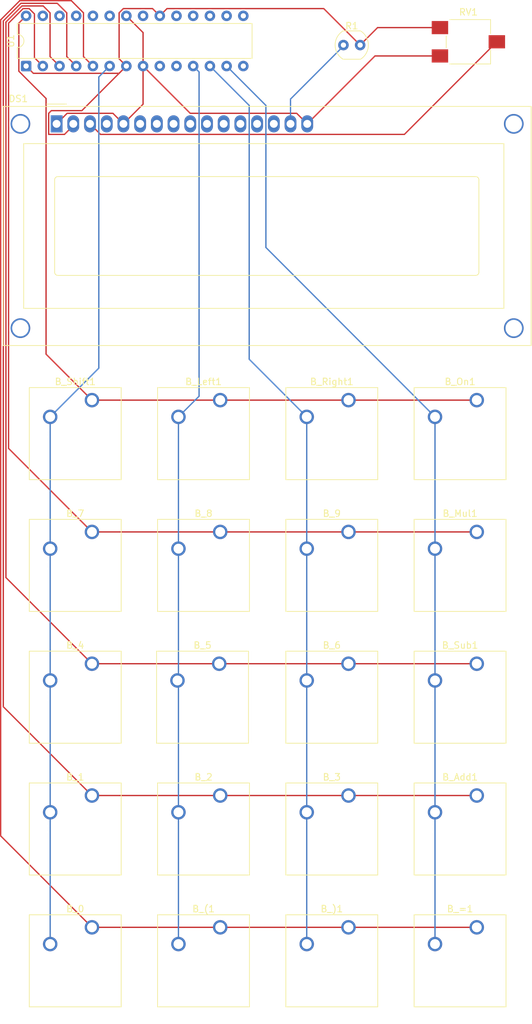
<source format=kicad_pcb>
(kicad_pcb (version 20241229) (generator "pcbnew") (generator_version "9.0")
  (title_block (title "Calculadorra"))
  (layers (0 "F.Cu" signal) (4 "In1.Cu" signal) (6 "In2.Cu" signal) (2 "B.Cu" signal) (13 "F.Paste" user) (15 "B.Paste" user) (5 "F.SilkS" user "F.Silkscreen") (7 "B.SilkS" user "B.Silkscreen") (1 "F.Mask" user) (3 "B.Mask" user) (25 "Edge.Cuts" user))
  (net 0 "")
  (net 1 "VCC")
  (net 2 "GND")
  (net 3 "Net-(U1-PD4)")
  (net 4 "Net-(U1-PD0)")
  (net 5 "Net-(U1-PD5)")
  (net 6 "Net-(U1-PD6)")
  (net 7 "Net-(U1-PD7)")
  (net 8 "Net-(U1-PD1)")
  (net 9 "Net-(U1-PD2)")
  (net 10 "Net-(U1-PD3)")
  (net 12 "Net-(U1-PC5)")
  (net 24 "Net-(DS1-D6)")
  (net 25 "Net-(DS1-D4)")
  (net 26 "Net-(DS1-LED(+))")
  (net 27 "Net-(DS1-RS)")
  (net 28 "Net-(DS1-D5)")
  (net 29 "Net-(DS1-E)")
  (net 30 "Net-(DS1-D7)")
  (net 31 "Net-(DS1-VO)")
  (footprint "Button_Switch_Keyboard:SW_Cherry_MX_1.00u_PCB" (layer "F.Cu") (at 101 93.5)
    (property "Reference" "B_9" (at -2.54 -2.794 0) (layer "F.SilkS"))
    (property "Value" "SW_Push")
    (fp_line (start -9.525 -1.905) (end 4.445 -1.905) (stroke (width 0.12)) (layer "F.SilkS"))
    (fp_line (start -9.525 12.065) (end -9.525 -1.905) (stroke (width 0.12)) (layer "F.SilkS"))
    (fp_line (start 4.445 -1.905) (end 4.445 12.065) (stroke (width 0.12)) (layer "F.SilkS"))
    (fp_line (start 4.445 12.065) (end -9.525 12.065) (stroke (width 0.12)) (layer "F.SilkS"))
    (pad "" np_thru_hole circle (at -7.62 5.08) (size 1.7 1.7) (drill 1.7) (layers "*.Cu" "*.Mask"))
    (pad "" np_thru_hole circle (at -2.54 5.08) (size 4 4) (drill 4) (layers "*.Cu" "*.Mask"))
    (pad "" np_thru_hole circle (at 2.54 5.08) (size 1.7 1.7) (drill 1.7) (layers "*.Cu" "*.Mask"))
    (pad "1" thru_hole circle (at 0 0) (size 2.2 2.2) (drill 1.5) (layers "*.Cu" "*.Mask") (net 4 "Net-(U1-PD0)"))
    (pad "2" thru_hole circle (at -6.35 2.54) (size 2.2 2.2) (drill 1.5) (layers "*.Cu" "*.Mask") (net 6 "Net-(U1-PD6)"))
  )
  (footprint "Button_Switch_Keyboard:SW_Cherry_MX_1.00u_PCB" (layer "F.Cu") (at 120.5 113.5)
    (property "Reference" "B_Sub1" (at -2.54 -2.794 0) (layer "F.SilkS"))
    (property "Value" "SW_Push")
    (fp_line (start -9.525 -1.905) (end 4.445 -1.905) (stroke (width 0.12)) (layer "F.SilkS"))
    (fp_line (start -9.525 12.065) (end -9.525 -1.905) (stroke (width 0.12)) (layer "F.SilkS"))
    (fp_line (start 4.445 -1.905) (end 4.445 12.065) (stroke (width 0.12)) (layer "F.SilkS"))
    (fp_line (start 4.445 12.065) (end -9.525 12.065) (stroke (width 0.12)) (layer "F.SilkS"))
    (pad "" np_thru_hole circle (at -7.62 5.08) (size 1.7 1.7) (drill 1.7) (layers "*.Cu" "*.Mask"))
    (pad "" np_thru_hole circle (at -2.54 5.08) (size 4 4) (drill 4) (layers "*.Cu" "*.Mask"))
    (pad "" np_thru_hole circle (at 2.54 5.08) (size 1.7 1.7) (drill 1.7) (layers "*.Cu" "*.Mask"))
    (pad "1" thru_hole circle (at 0 0) (size 2.2 2.2) (drill 1.5) (layers "*.Cu" "*.Mask") (net 8 "Net-(U1-PD1)"))
    (pad "2" thru_hole circle (at -6.35 2.54) (size 2.2 2.2) (drill 1.5) (layers "*.Cu" "*.Mask") (net 7 "Net-(U1-PD7)"))
  )
  (footprint "Button_Switch_Keyboard:SW_Cherry_MX_1.00u_PCB" (layer "F.Cu") (at 81.5 133.5)
    (property "Reference" "B_2" (at -2.54 -2.794 0) (layer "F.SilkS"))
    (property "Value" "SW_Push")
    (fp_line (start -9.525 -1.905) (end 4.445 -1.905) (stroke (width 0.12)) (layer "F.SilkS"))
    (fp_line (start -9.525 12.065) (end -9.525 -1.905) (stroke (width 0.12)) (layer "F.SilkS"))
    (fp_line (start 4.445 -1.905) (end 4.445 12.065) (stroke (width 0.12)) (layer "F.SilkS"))
    (fp_line (start 4.445 12.065) (end -9.525 12.065) (stroke (width 0.12)) (layer "F.SilkS"))
    (pad "" np_thru_hole circle (at -7.62 5.08) (size 1.7 1.7) (drill 1.7) (layers "*.Cu" "*.Mask"))
    (pad "" np_thru_hole circle (at -2.54 5.08) (size 4 4) (drill 4) (layers "*.Cu" "*.Mask"))
    (pad "" np_thru_hole circle (at 2.54 5.08) (size 1.7 1.7) (drill 1.7) (layers "*.Cu" "*.Mask"))
    (pad "1" thru_hole circle (at 0 0) (size 2.2 2.2) (drill 1.5) (layers "*.Cu" "*.Mask") (net 9 "Net-(U1-PD2)"))
    (pad "2" thru_hole circle (at -6.35 2.54) (size 2.2 2.2) (drill 1.5) (layers "*.Cu" "*.Mask") (net 5 "Net-(U1-PD5)"))
  )
  (footprint "Display:WC1602A" (layer "F.Cu") (at 56.625 31.575)
    (property "Reference" "DS1" (at -5.82 -3.81 0) (layer "F.SilkS"))
    (property "Value" "WC1602A")
    (fp_line (start -8.14 -2.64) (end -8.14 33.64) (stroke (width 0.12)) (layer "F.SilkS"))
    (fp_line (start -8.14 33.64) (end 72.14 33.64) (stroke (width 0.12)) (layer "F.SilkS"))
    (fp_line (start -8.13 -2.64) (end -7.34 -2.64) (stroke (width 0.12)) (layer "F.SilkS"))
    (fp_line (start -5 3) (end 68 3) (stroke (width 0.12)) (layer "F.SilkS"))
    (fp_line (start -5 28) (end -5 3) (stroke (width 0.12)) (layer "F.SilkS"))
    (fp_line (start -1.5 -3) (end 1.5 -3) (stroke (width 0.12)) (layer "F.SilkS"))
    (fp_line (start -0.29972 22.49932) (end -0.29972 8.5) (stroke (width 0.12)) (layer "F.SilkS"))
    (fp_line (start 0.2 8) (end 63.7 8) (stroke (width 0.12)) (layer "F.SilkS"))
    (fp_line (start 63.70066 23) (end 0.2 23) (stroke (width 0.12)) (layer "F.SilkS"))
    (fp_line (start 64.2 8.5) (end 64.2 22.5) (stroke (width 0.12)) (layer "F.SilkS"))
    (fp_line (start 68 3) (end 68 28) (stroke (width 0.12)) (layer "F.SilkS"))
    (fp_line (start 68 28) (end -5 28) (stroke (width 0.12)) (layer "F.SilkS"))
    (fp_line (start 72.14 -2.64) (end -7.34 -2.64) (stroke (width 0.12)) (layer "F.SilkS"))
    (fp_line (start 72.14 33.64) (end 72.14 -2.64) (stroke (width 0.12)) (layer "F.SilkS"))
    (fp_arc (start -0.29972 8.49884) (mid -0.153162 8.145018) (end 0.20066 7.99846) (stroke (width 0.12)) (layer "F.SilkS"))
    (fp_arc (start 0.20066 22.9997) (mid -0.153162 22.853142) (end -0.29972 22.49932) (stroke (width 0.12)) (layer "F.SilkS"))
    (fp_arc (start 63.7 8) (mid 64.053553 8.146447) (end 64.2 8.5) (stroke (width 0.12)) (layer "F.SilkS"))
    (fp_arc (start 64.20104 22.49932) (mid 64.054482 22.853142) (end 63.70066 22.9997) (stroke (width 0.12)) (layer "F.SilkS"))
    (pad "" thru_hole circle (at -5.4991 0) (size 3 3) (drill 2.5) (layers "*.Cu" "*.Mask"))
    (pad "" thru_hole circle (at -5.4991 31.0007) (size 3 3) (drill 2.5) (layers "*.Cu" "*.Mask"))
    (pad "" thru_hole circle (at 69.49948 31.0007) (size 3 3) (drill 2.5) (layers "*.Cu" "*.Mask"))
    (pad "" thru_hole circle (at 69.5 0) (size 3 3) (drill 2.5) (layers "*.Cu" "*.Mask"))
    (pad "1" thru_hole rect (at 0 0) (size 1.8 2.6) (drill 1.2) (layers "*.Cu" "*.Mask") (net 2 "GND"))
    (pad "2" thru_hole oval (at 2.54 0) (size 1.8 2.6) (drill 1.2) (layers "*.Cu" "*.Mask") (net 1 "VCC"))
    (pad "3" thru_hole oval (at 5.08 0) (size 1.8 2.6) (drill 1.2) (layers "*.Cu" "*.Mask") (net 31 "Net-(DS1-VO)"))
    (pad "4" thru_hole oval (at 7.62 0) (size 1.8 2.6) (drill 1.2) (layers "*.Cu" "*.Mask") (net 27 "Net-(DS1-RS)"))
    (pad "5" thru_hole oval (at 10.16 0) (size 1.8 2.6) (drill 1.2) (layers "*.Cu" "*.Mask") (net 2 "GND"))
    (pad "6" thru_hole oval (at 12.7 0) (size 1.8 2.6) (drill 1.2) (layers "*.Cu" "*.Mask") (net 29 "Net-(DS1-E)"))
    (pad "7" thru_hole oval (at 15.24 0) (size 1.8 2.6) (drill 1.2) (layers "*.Cu" "*.Mask"))
    (pad "8" thru_hole oval (at 17.78 0) (size 1.8 2.6) (drill 1.2) (layers "*.Cu" "*.Mask"))
    (pad "9" thru_hole oval (at 20.32 0) (size 1.8 2.6) (drill 1.2) (layers "*.Cu" "*.Mask"))
    (pad "10" thru_hole oval (at 22.86 0) (size 1.8 2.6) (drill 1.2) (layers "*.Cu" "*.Mask"))
    (pad "11" thru_hole oval (at 25.4 0) (size 1.8 2.6) (drill 1.2) (layers "*.Cu" "*.Mask") (net 25 "Net-(DS1-D4)"))
    (pad "12" thru_hole oval (at 27.94 0) (size 1.8 2.6) (drill 1.2) (layers "*.Cu" "*.Mask") (net 28 "Net-(DS1-D5)"))
    (pad "13" thru_hole oval (at 30.48 0) (size 1.8 2.6) (drill 1.2) (layers "*.Cu" "*.Mask") (net 24 "Net-(DS1-D6)"))
    (pad "14" thru_hole oval (at 33.02 0) (size 1.8 2.6) (drill 1.2) (layers "*.Cu" "*.Mask") (net 30 "Net-(DS1-D7)"))
    (pad "15" thru_hole oval (at 35.56 0) (size 1.8 2.6) (drill 1.2) (layers "*.Cu" "*.Mask") (net 26 "Net-(DS1-LED(+))"))
    (pad "16" thru_hole oval (at 38.1 0) (size 1.8 2.6) (drill 1.2) (layers "*.Cu" "*.Mask") (net 2 "GND"))
  )
  (footprint "Button_Switch_Keyboard:SW_Cherry_MX_1.00u_PCB" (layer "F.Cu") (at 120.5 73.5)
    (property "Reference" "B_On1" (at -2.54 -2.794 0) (layer "F.SilkS"))
    (property "Value" "SW_Push")
    (fp_line (start -9.525 -1.905) (end 4.445 -1.905) (stroke (width 0.12)) (layer "F.SilkS"))
    (fp_line (start -9.525 12.065) (end -9.525 -1.905) (stroke (width 0.12)) (layer "F.SilkS"))
    (fp_line (start 4.445 -1.905) (end 4.445 12.065) (stroke (width 0.12)) (layer "F.SilkS"))
    (fp_line (start 4.445 12.065) (end -9.525 12.065) (stroke (width 0.12)) (layer "F.SilkS"))
    (pad "" np_thru_hole circle (at -7.62 5.08) (size 1.7 1.7) (drill 1.7) (layers "*.Cu" "*.Mask"))
    (pad "" np_thru_hole circle (at -2.54 5.08) (size 4 4) (drill 4) (layers "*.Cu" "*.Mask"))
    (pad "" np_thru_hole circle (at 2.54 5.08) (size 1.7 1.7) (drill 1.7) (layers "*.Cu" "*.Mask"))
    (pad "1" thru_hole circle (at 0 0) (size 2.2 2.2) (drill 1.5) (layers "*.Cu" "*.Mask") (net 12 "Net-(U1-PC5)"))
    (pad "2" thru_hole circle (at -6.35 2.54) (size 2.2 2.2) (drill 1.5) (layers "*.Cu" "*.Mask") (net 7 "Net-(U1-PD7)"))
  )
  (footprint "Button_Switch_Keyboard:SW_Cherry_MX_1.00u_PCB" (layer "F.Cu") (at 120.5 153.5)
    (property "Reference" "B_=1" (at -2.54 -2.794 0) (layer "F.SilkS"))
    (property "Value" "SW_Push")
    (fp_line (start -9.525 -1.905) (end 4.445 -1.905) (stroke (width 0.12)) (layer "F.SilkS"))
    (fp_line (start -9.525 12.065) (end -9.525 -1.905) (stroke (width 0.12)) (layer "F.SilkS"))
    (fp_line (start 4.445 -1.905) (end 4.445 12.065) (stroke (width 0.12)) (layer "F.SilkS"))
    (fp_line (start 4.445 12.065) (end -9.525 12.065) (stroke (width 0.12)) (layer "F.SilkS"))
    (pad "" np_thru_hole circle (at -7.62 5.08) (size 1.7 1.7) (drill 1.7) (layers "*.Cu" "*.Mask"))
    (pad "" np_thru_hole circle (at -2.54 5.08) (size 4 4) (drill 4) (layers "*.Cu" "*.Mask"))
    (pad "" np_thru_hole circle (at 2.54 5.08) (size 1.7 1.7) (drill 1.7) (layers "*.Cu" "*.Mask"))
    (pad "1" thru_hole circle (at 0 0) (size 2.2 2.2) (drill 1.5) (layers "*.Cu" "*.Mask") (net 10 "Net-(U1-PD3)"))
    (pad "2" thru_hole circle (at -6.35 2.54) (size 2.2 2.2) (drill 1.5) (layers "*.Cu" "*.Mask") (net 7 "Net-(U1-PD7)"))
  )
  (footprint "Button_Switch_Keyboard:SW_Cherry_MX_1.00u_PCB" (layer "F.Cu") (at 81.5 73.5)
    (property "Reference" "B_Left1" (at -2.54 -2.794 0) (layer "F.SilkS"))
    (property "Value" "SW_Push")
    (fp_line (start -9.525 -1.905) (end 4.445 -1.905) (stroke (width 0.12)) (layer "F.SilkS"))
    (fp_line (start -9.525 12.065) (end -9.525 -1.905) (stroke (width 0.12)) (layer "F.SilkS"))
    (fp_line (start 4.445 -1.905) (end 4.445 12.065) (stroke (width 0.12)) (layer "F.SilkS"))
    (fp_line (start 4.445 12.065) (end -9.525 12.065) (stroke (width 0.12)) (layer "F.SilkS"))
    (pad "" np_thru_hole circle (at -7.62 5.08) (size 1.7 1.7) (drill 1.7) (layers "*.Cu" "*.Mask"))
    (pad "" np_thru_hole circle (at -2.54 5.08) (size 4 4) (drill 4) (layers "*.Cu" "*.Mask"))
    (pad "" np_thru_hole circle (at 2.54 5.08) (size 1.7 1.7) (drill 1.7) (layers "*.Cu" "*.Mask"))
    (pad "1" thru_hole circle (at 0 0) (size 2.2 2.2) (drill 1.5) (layers "*.Cu" "*.Mask") (net 12 "Net-(U1-PC5)"))
    (pad "2" thru_hole circle (at -6.35 2.54) (size 2.2 2.2) (drill 1.5) (layers "*.Cu" "*.Mask") (net 5 "Net-(U1-PD5)"))
  )
  (footprint "Button_Switch_Keyboard:SW_Cherry_MX_1.00u_PCB" (layer "F.Cu") (at 101 133.5)
    (property "Reference" "B_3" (at -2.54 -2.794 0) (layer "F.SilkS"))
    (property "Value" "SW_Push")
    (fp_line (start -9.525 -1.905) (end 4.445 -1.905) (stroke (width 0.12)) (layer "F.SilkS"))
    (fp_line (start -9.525 12.065) (end -9.525 -1.905) (stroke (width 0.12)) (layer "F.SilkS"))
    (fp_line (start 4.445 -1.905) (end 4.445 12.065) (stroke (width 0.12)) (layer "F.SilkS"))
    (fp_line (start 4.445 12.065) (end -9.525 12.065) (stroke (width 0.12)) (layer "F.SilkS"))
    (pad "" np_thru_hole circle (at -7.62 5.08) (size 1.7 1.7) (drill 1.7) (layers "*.Cu" "*.Mask"))
    (pad "" np_thru_hole circle (at -2.54 5.08) (size 4 4) (drill 4) (layers "*.Cu" "*.Mask"))
    (pad "" np_thru_hole circle (at 2.54 5.08) (size 1.7 1.7) (drill 1.7) (layers "*.Cu" "*.Mask"))
    (pad "1" thru_hole circle (at 0 0) (size 2.2 2.2) (drill 1.5) (layers "*.Cu" "*.Mask") (net 9 "Net-(U1-PD2)"))
    (pad "2" thru_hole circle (at -6.35 2.54) (size 2.2 2.2) (drill 1.5) (layers "*.Cu" "*.Mask") (net 6 "Net-(U1-PD6)"))
  )
  (footprint "Potentiometer_SMD:Potentiometer_ACP_CA6-VSMD_Vertical_Hole" (layer "F.Cu") (at 119.225 19.12)
    (property "Reference" "RV1" (at 0 -4.5 0) (layer "F.SilkS"))
    (property "Value" "R_Potentiometer")
    (fp_line (start -3.37 -0.909) (end -3.37 0.91) (stroke (width 0.12)) (layer "F.SilkS"))
    (fp_line (start -2.834 -3.371) (end 3.37 -3.371) (stroke (width 0.12)) (layer "F.SilkS"))
    (fp_line (start -2.834 3.37) (end 3.37 3.37) (stroke (width 0.12)) (layer "F.SilkS"))
    (fp_line (start 3.37 -3.371) (end 3.37 -1.24) (stroke (width 0.12)) (layer "F.SilkS"))
    (fp_line (start 3.37 1.24) (end 3.37 3.37) (stroke (width 0.12)) (layer "F.SilkS"))
    (pad "" np_thru_hole circle (at 0.275 0) (size 2.5 2.5) (drill 2.5) (layers "*.Cu" "*.Mask"))
    (pad "1" smd rect (at -4.325 2.15) (size 2.5 2) (layers "F.Cu" "F.Mask" "F.Paste") (net 2 "GND"))
    (pad "2" smd rect (at 4.325 0) (size 2.5 2) (layers "F.Cu" "F.Mask" "F.Paste") (net 31 "Net-(DS1-VO)"))
    (pad "3" smd rect (at -4.325 -2.15) (size 2.5 2) (layers "F.Cu" "F.Mask" "F.Paste") (net 1 "VCC"))
  )
  (footprint "Button_Switch_Keyboard:SW_Cherry_MX_1.00u_PCB" (layer "F.Cu") (at 62 113.5)
    (property "Reference" "B_4" (at -2.54 -2.794 0) (layer "F.SilkS"))
    (property "Value" "SW_Push")
    (fp_line (start -9.525 -1.905) (end 4.445 -1.905) (stroke (width 0.12)) (layer "F.SilkS"))
    (fp_line (start -9.525 12.065) (end -9.525 -1.905) (stroke (width 0.12)) (layer "F.SilkS"))
    (fp_line (start 4.445 -1.905) (end 4.445 12.065) (stroke (width 0.12)) (layer "F.SilkS"))
    (fp_line (start 4.445 12.065) (end -9.525 12.065) (stroke (width 0.12)) (layer "F.SilkS"))
    (pad "" np_thru_hole circle (at -7.62 5.08) (size 1.7 1.7) (drill 1.7) (layers "*.Cu" "*.Mask"))
    (pad "" np_thru_hole circle (at -2.54 5.08) (size 4 4) (drill 4) (layers "*.Cu" "*.Mask"))
    (pad "" np_thru_hole circle (at 2.54 5.08) (size 1.7 1.7) (drill 1.7) (layers "*.Cu" "*.Mask"))
    (pad "1" thru_hole circle (at 0 0) (size 2.2 2.2) (drill 1.5) (layers "*.Cu" "*.Mask") (net 8 "Net-(U1-PD1)"))
    (pad "2" thru_hole circle (at -6.35 2.54) (size 2.2 2.2) (drill 1.5) (layers "*.Cu" "*.Mask") (net 3 "Net-(U1-PD4)"))
  )
  (footprint "Button_Switch_Keyboard:SW_Cherry_MX_1.00u_PCB" (layer "F.Cu") (at 81.35 113.5)
    (property "Reference" "B_5" (at -2.54 -2.794 0) (layer "F.SilkS"))
    (property "Value" "SW_Push")
    (fp_line (start -9.525 -1.905) (end 4.445 -1.905) (stroke (width 0.12)) (layer "F.SilkS"))
    (fp_line (start -9.525 12.065) (end -9.525 -1.905) (stroke (width 0.12)) (layer "F.SilkS"))
    (fp_line (start 4.445 -1.905) (end 4.445 12.065) (stroke (width 0.12)) (layer "F.SilkS"))
    (fp_line (start 4.445 12.065) (end -9.525 12.065) (stroke (width 0.12)) (layer "F.SilkS"))
    (pad "" np_thru_hole circle (at -7.62 5.08) (size 1.7 1.7) (drill 1.7) (layers "*.Cu" "*.Mask"))
    (pad "" np_thru_hole circle (at -2.54 5.08) (size 4 4) (drill 4) (layers "*.Cu" "*.Mask"))
    (pad "" np_thru_hole circle (at 2.54 5.08) (size 1.7 1.7) (drill 1.7) (layers "*.Cu" "*.Mask"))
    (pad "1" thru_hole circle (at 0 0) (size 2.2 2.2) (drill 1.5) (layers "*.Cu" "*.Mask") (net 8 "Net-(U1-PD1)"))
    (pad "2" thru_hole circle (at -6.35 2.54) (size 2.2 2.2) (drill 1.5) (layers "*.Cu" "*.Mask") (net 5 "Net-(U1-PD5)"))
  )
  (footprint "Button_Switch_Keyboard:SW_Cherry_MX_1.00u_PCB" (layer "F.Cu") (at 62 153.5)
    (property "Reference" "B_0" (at -2.54 -2.794 0) (layer "F.SilkS"))
    (property "Value" "SW_Push")
    (fp_line (start -9.525 -1.905) (end 4.445 -1.905) (stroke (width 0.12)) (layer "F.SilkS"))
    (fp_line (start -9.525 12.065) (end -9.525 -1.905) (stroke (width 0.12)) (layer "F.SilkS"))
    (fp_line (start 4.445 -1.905) (end 4.445 12.065) (stroke (width 0.12)) (layer "F.SilkS"))
    (fp_line (start 4.445 12.065) (end -9.525 12.065) (stroke (width 0.12)) (layer "F.SilkS"))
    (pad "" np_thru_hole circle (at -7.62 5.08) (size 1.7 1.7) (drill 1.7) (layers "*.Cu" "*.Mask"))
    (pad "" np_thru_hole circle (at -2.54 5.08) (size 4 4) (drill 4) (layers "*.Cu" "*.Mask"))
    (pad "" np_thru_hole circle (at 2.54 5.08) (size 1.7 1.7) (drill 1.7) (layers "*.Cu" "*.Mask"))
    (pad "1" thru_hole circle (at 0 0) (size 2.2 2.2) (drill 1.5) (layers "*.Cu" "*.Mask") (net 10 "Net-(U1-PD3)"))
    (pad "2" thru_hole circle (at -6.35 2.54) (size 2.2 2.2) (drill 1.5) (layers "*.Cu" "*.Mask") (net 3 "Net-(U1-PD4)"))
  )
  (footprint "Button_Switch_Keyboard:SW_Cherry_MX_1.00u_PCB" (layer "F.Cu") (at 81.5 153.5)
    (property "Reference" "B_(1" (at -2.54 -2.794 0) (layer "F.SilkS"))
    (property "Value" "SW_Push")
    (fp_line (start -9.525 -1.905) (end 4.445 -1.905) (stroke (width 0.12)) (layer "F.SilkS"))
    (fp_line (start -9.525 12.065) (end -9.525 -1.905) (stroke (width 0.12)) (layer "F.SilkS"))
    (fp_line (start 4.445 -1.905) (end 4.445 12.065) (stroke (width 0.12)) (layer "F.SilkS"))
    (fp_line (start 4.445 12.065) (end -9.525 12.065) (stroke (width 0.12)) (layer "F.SilkS"))
    (pad "" np_thru_hole circle (at -7.62 5.08) (size 1.7 1.7) (drill 1.7) (layers "*.Cu" "*.Mask"))
    (pad "" np_thru_hole circle (at -2.54 5.08) (size 4 4) (drill 4) (layers "*.Cu" "*.Mask"))
    (pad "" np_thru_hole circle (at 2.54 5.08) (size 1.7 1.7) (drill 1.7) (layers "*.Cu" "*.Mask"))
    (pad "1" thru_hole circle (at 0 0) (size 2.2 2.2) (drill 1.5) (layers "*.Cu" "*.Mask") (net 10 "Net-(U1-PD3)"))
    (pad "2" thru_hole circle (at -6.35 2.54) (size 2.2 2.2) (drill 1.5) (layers "*.Cu" "*.Mask") (net 5 "Net-(U1-PD5)"))
  )
  (footprint "Button_Switch_Keyboard:SW_Cherry_MX_1.00u_PCB" (layer "F.Cu") (at 62 93.5)
    (property "Reference" "B_7" (at -2.54 -2.794 0) (layer "F.SilkS"))
    (property "Value" "SW_Push")
    (fp_line (start -9.525 -1.905) (end 4.445 -1.905) (stroke (width 0.12)) (layer "F.SilkS"))
    (fp_line (start -9.525 12.065) (end -9.525 -1.905) (stroke (width 0.12)) (layer "F.SilkS"))
    (fp_line (start 4.445 -1.905) (end 4.445 12.065) (stroke (width 0.12)) (layer "F.SilkS"))
    (fp_line (start 4.445 12.065) (end -9.525 12.065) (stroke (width 0.12)) (layer "F.SilkS"))
    (pad "" np_thru_hole circle (at -7.62 5.08) (size 1.7 1.7) (drill 1.7) (layers "*.Cu" "*.Mask"))
    (pad "" np_thru_hole circle (at -2.54 5.08) (size 4 4) (drill 4) (layers "*.Cu" "*.Mask"))
    (pad "" np_thru_hole circle (at 2.54 5.08) (size 1.7 1.7) (drill 1.7) (layers "*.Cu" "*.Mask"))
    (pad "1" thru_hole circle (at 0 0) (size 2.2 2.2) (drill 1.5) (layers "*.Cu" "*.Mask") (net 4 "Net-(U1-PD0)"))
    (pad "2" thru_hole circle (at -6.35 2.54) (size 2.2 2.2) (drill 1.5) (layers "*.Cu" "*.Mask") (net 3 "Net-(U1-PD4)"))
  )
  (footprint "Button_Switch_Keyboard:SW_Cherry_MX_1.00u_PCB" (layer "F.Cu") (at 120.5 133.5)
    (property "Reference" "B_Add1" (at -2.54 -2.794 0) (layer "F.SilkS"))
    (property "Value" "SW_Push")
    (fp_line (start -9.525 -1.905) (end 4.445 -1.905) (stroke (width 0.12)) (layer "F.SilkS"))
    (fp_line (start -9.525 12.065) (end -9.525 -1.905) (stroke (width 0.12)) (layer "F.SilkS"))
    (fp_line (start 4.445 -1.905) (end 4.445 12.065) (stroke (width 0.12)) (layer "F.SilkS"))
    (fp_line (start 4.445 12.065) (end -9.525 12.065) (stroke (width 0.12)) (layer "F.SilkS"))
    (pad "" np_thru_hole circle (at -7.62 5.08) (size 1.7 1.7) (drill 1.7) (layers "*.Cu" "*.Mask"))
    (pad "" np_thru_hole circle (at -2.54 5.08) (size 4 4) (drill 4) (layers "*.Cu" "*.Mask"))
    (pad "" np_thru_hole circle (at 2.54 5.08) (size 1.7 1.7) (drill 1.7) (layers "*.Cu" "*.Mask"))
    (pad "1" thru_hole circle (at 0 0) (size 2.2 2.2) (drill 1.5) (layers "*.Cu" "*.Mask") (net 9 "Net-(U1-PD2)"))
    (pad "2" thru_hole circle (at -6.35 2.54) (size 2.2 2.2) (drill 1.5) (layers "*.Cu" "*.Mask") (net 7 "Net-(U1-PD7)"))
  )
  (footprint "Button_Switch_Keyboard:SW_Cherry_MX_1.00u_PCB" (layer "F.Cu") (at 62 73.5)
    (property "Reference" "B_Shift1" (at -2.54 -2.794 0) (layer "F.SilkS"))
    (property "Value" "SW_Push")
    (fp_line (start -9.525 -1.905) (end 4.445 -1.905) (stroke (width 0.12)) (layer "F.SilkS"))
    (fp_line (start -9.525 12.065) (end -9.525 -1.905) (stroke (width 0.12)) (layer "F.SilkS"))
    (fp_line (start 4.445 -1.905) (end 4.445 12.065) (stroke (width 0.12)) (layer "F.SilkS"))
    (fp_line (start 4.445 12.065) (end -9.525 12.065) (stroke (width 0.12)) (layer "F.SilkS"))
    (pad "" np_thru_hole circle (at -7.62 5.08) (size 1.7 1.7) (drill 1.7) (layers "*.Cu" "*.Mask"))
    (pad "" np_thru_hole circle (at -2.54 5.08) (size 4 4) (drill 4) (layers "*.Cu" "*.Mask"))
    (pad "" np_thru_hole circle (at 2.54 5.08) (size 1.7 1.7) (drill 1.7) (layers "*.Cu" "*.Mask"))
    (pad "1" thru_hole circle (at 0 0) (size 2.2 2.2) (drill 1.5) (layers "*.Cu" "*.Mask") (net 12 "Net-(U1-PC5)"))
    (pad "2" thru_hole circle (at -6.35 2.54) (size 2.2 2.2) (drill 1.5) (layers "*.Cu" "*.Mask") (net 3 "Net-(U1-PD4)"))
  )
  (footprint "Button_Switch_Keyboard:SW_Cherry_MX_1.00u_PCB" (layer "F.Cu") (at 101 153.5)
    (property "Reference" "B_)1" (at -2.54 -2.794 0) (layer "F.SilkS"))
    (property "Value" "SW_Push")
    (fp_line (start -9.525 -1.905) (end 4.445 -1.905) (stroke (width 0.12)) (layer "F.SilkS"))
    (fp_line (start -9.525 12.065) (end -9.525 -1.905) (stroke (width 0.12)) (layer "F.SilkS"))
    (fp_line (start 4.445 -1.905) (end 4.445 12.065) (stroke (width 0.12)) (layer "F.SilkS"))
    (fp_line (start 4.445 12.065) (end -9.525 12.065) (stroke (width 0.12)) (layer "F.SilkS"))
    (pad "" np_thru_hole circle (at -7.62 5.08) (size 1.7 1.7) (drill 1.7) (layers "*.Cu" "*.Mask"))
    (pad "" np_thru_hole circle (at -2.54 5.08) (size 4 4) (drill 4) (layers "*.Cu" "*.Mask"))
    (pad "" np_thru_hole circle (at 2.54 5.08) (size 1.7 1.7) (drill 1.7) (layers "*.Cu" "*.Mask"))
    (pad "1" thru_hole circle (at 0 0) (size 2.2 2.2) (drill 1.5) (layers "*.Cu" "*.Mask") (net 10 "Net-(U1-PD3)"))
    (pad "2" thru_hole circle (at -6.35 2.54) (size 2.2 2.2) (drill 1.5) (layers "*.Cu" "*.Mask") (net 6 "Net-(U1-PD6)"))
  )
  (footprint "Button_Switch_Keyboard:SW_Cherry_MX_1.00u_PCB" (layer "F.Cu") (at 101 113.5)
    (property "Reference" "B_6" (at -2.54 -2.794 0) (layer "F.SilkS"))
    (property "Value" "SW_Push")
    (fp_line (start -9.525 -1.905) (end 4.445 -1.905) (stroke (width 0.12)) (layer "F.SilkS"))
    (fp_line (start -9.525 12.065) (end -9.525 -1.905) (stroke (width 0.12)) (layer "F.SilkS"))
    (fp_line (start 4.445 -1.905) (end 4.445 12.065) (stroke (width 0.12)) (layer "F.SilkS"))
    (fp_line (start 4.445 12.065) (end -9.525 12.065) (stroke (width 0.12)) (layer "F.SilkS"))
    (pad "" np_thru_hole circle (at -7.62 5.08) (size 1.7 1.7) (drill 1.7) (layers "*.Cu" "*.Mask"))
    (pad "" np_thru_hole circle (at -2.54 5.08) (size 4 4) (drill 4) (layers "*.Cu" "*.Mask"))
    (pad "" np_thru_hole circle (at 2.54 5.08) (size 1.7 1.7) (drill 1.7) (layers "*.Cu" "*.Mask"))
    (pad "1" thru_hole circle (at 0 0) (size 2.2 2.2) (drill 1.5) (layers "*.Cu" "*.Mask") (net 8 "Net-(U1-PD1)"))
    (pad "2" thru_hole circle (at -6.35 2.54) (size 2.2 2.2) (drill 1.5) (layers "*.Cu" "*.Mask") (net 6 "Net-(U1-PD6)"))
  )
  (footprint "Button_Switch_Keyboard:SW_Cherry_MX_1.00u_PCB" (layer "F.Cu") (at 120.5 93.5)
    (property "Reference" "B_Mul1" (at -2.54 -2.794 0) (layer "F.SilkS"))
    (property "Value" "SW_Push")
    (fp_line (start -9.525 -1.905) (end 4.445 -1.905) (stroke (width 0.12)) (layer "F.SilkS"))
    (fp_line (start -9.525 12.065) (end -9.525 -1.905) (stroke (width 0.12)) (layer "F.SilkS"))
    (fp_line (start 4.445 -1.905) (end 4.445 12.065) (stroke (width 0.12)) (layer "F.SilkS"))
    (fp_line (start 4.445 12.065) (end -9.525 12.065) (stroke (width 0.12)) (layer "F.SilkS"))
    (pad "" np_thru_hole circle (at -7.62 5.08) (size 1.7 1.7) (drill 1.7) (layers "*.Cu" "*.Mask"))
    (pad "" np_thru_hole circle (at -2.54 5.08) (size 4 4) (drill 4) (layers "*.Cu" "*.Mask"))
    (pad "" np_thru_hole circle (at 2.54 5.08) (size 1.7 1.7) (drill 1.7) (layers "*.Cu" "*.Mask"))
    (pad "1" thru_hole circle (at 0 0) (size 2.2 2.2) (drill 1.5) (layers "*.Cu" "*.Mask") (net 4 "Net-(U1-PD0)"))
    (pad "2" thru_hole circle (at -6.35 2.54) (size 2.2 2.2) (drill 1.5) (layers "*.Cu" "*.Mask") (net 7 "Net-(U1-PD7)"))
  )
  (footprint "Button_Switch_Keyboard:SW_Cherry_MX_1.00u_PCB" (layer "F.Cu") (at 62 133.5)
    (property "Reference" "B_1" (at -2.54 -2.794 0) (layer "F.SilkS"))
    (property "Value" "SW_Push")
    (fp_line (start -9.525 -1.905) (end 4.445 -1.905) (stroke (width 0.12)) (layer "F.SilkS"))
    (fp_line (start -9.525 12.065) (end -9.525 -1.905) (stroke (width 0.12)) (layer "F.SilkS"))
    (fp_line (start 4.445 -1.905) (end 4.445 12.065) (stroke (width 0.12)) (layer "F.SilkS"))
    (fp_line (start 4.445 12.065) (end -9.525 12.065) (stroke (width 0.12)) (layer "F.SilkS"))
    (pad "" np_thru_hole circle (at -7.62 5.08) (size 1.7 1.7) (drill 1.7) (layers "*.Cu" "*.Mask"))
    (pad "" np_thru_hole circle (at -2.54 5.08) (size 4 4) (drill 4) (layers "*.Cu" "*.Mask"))
    (pad "" np_thru_hole circle (at 2.54 5.08) (size 1.7 1.7) (drill 1.7) (layers "*.Cu" "*.Mask"))
    (pad "1" thru_hole circle (at 0 0) (size 2.2 2.2) (drill 1.5) (layers "*.Cu" "*.Mask") (net 9 "Net-(U1-PD2)"))
    (pad "2" thru_hole circle (at -6.35 2.54) (size 2.2 2.2) (drill 1.5) (layers "*.Cu" "*.Mask") (net 3 "Net-(U1-PD4)"))
  )
  (footprint "Package_DIP:DIP-28_W7.62mm" (layer "F.Cu") (at 51.99 22.805 90)
    (property "Reference" "U1" (at 3.81 -2.33 90) (layer "F.SilkS"))
    (property "Value" "ATmega328-P")
    (fp_line (start 6.46 -1.33) (end 4.81 -1.33) (stroke (width 0.12)) (layer "F.SilkS"))
    (fp_line (start 2.81 -1.33) (end 1.16 -1.33) (stroke (width 0.12)) (layer "F.SilkS"))
    (fp_line (start 1.16 -1.33) (end 1.16 34.35) (stroke (width 0.12)) (layer "F.SilkS"))
    (fp_line (start 6.46 34.35) (end 6.46 -1.33) (stroke (width 0.12)) (layer "F.SilkS"))
    (fp_line (start 1.16 34.35) (end 6.46 34.35) (stroke (width 0.12)) (layer "F.SilkS"))
    (fp_arc (start 4.81 -1.33) (mid 3.81 -0.33) (end 2.81 -1.33) (stroke (width 0.12)) (layer "F.SilkS"))
    (pad "1" thru_hole roundrect (at 0 0 90) (size 1.6 1.6) (drill 0.8) (layers "*.Cu" "*.Mask") (roundrect_rratio 0.15625) (net 1 "VCC"))
    (pad "2" thru_hole circle (at 0 2.54 90) (size 1.6 1.6) (drill 0.8) (layers "*.Cu" "*.Mask") (net 4 "Net-(U1-PD0)"))
    (pad "3" thru_hole circle (at 0 5.08 90) (size 1.6 1.6) (drill 0.8) (layers "*.Cu" "*.Mask") (net 8 "Net-(U1-PD1)"))
    (pad "4" thru_hole circle (at 0 7.62 90) (size 1.6 1.6) (drill 0.8) (layers "*.Cu" "*.Mask") (net 9 "Net-(U1-PD2)"))
    (pad "5" thru_hole circle (at 0 10.16 90) (size 1.6 1.6) (drill 0.8) (layers "*.Cu" "*.Mask") (net 10 "Net-(U1-PD3)"))
    (pad "6" thru_hole circle (at 0 12.7 90) (size 1.6 1.6) (drill 0.8) (layers "*.Cu" "*.Mask") (net 3 "Net-(U1-PD4)"))
    (pad "7" thru_hole circle (at 0 15.24 90) (size 1.6 1.6) (drill 0.8) (layers "*.Cu" "*.Mask") (net 1 "VCC"))
    (pad "8" thru_hole circle (at 0 17.78 90) (size 1.6 1.6) (drill 0.8) (layers "*.Cu" "*.Mask") (net 2 "GND"))
    (pad "9" thru_hole circle (at 0 20.32 90) (size 1.6 1.6) (drill 0.8) (layers "*.Cu" "*.Mask"))
    (pad "10" thru_hole circle (at 0 22.86 90) (size 1.6 1.6) (drill 0.8) (layers "*.Cu" "*.Mask"))
    (pad "11" thru_hole circle (at 0 25.4 90) (size 1.6 1.6) (drill 0.8) (layers "*.Cu" "*.Mask") (net 5 "Net-(U1-PD5)"))
    (pad "12" thru_hole circle (at 0 27.94 90) (size 1.6 1.6) (drill 0.8) (layers "*.Cu" "*.Mask") (net 6 "Net-(U1-PD6)"))
    (pad "13" thru_hole circle (at 0 30.48 90) (size 1.6 1.6) (drill 0.8) (layers "*.Cu" "*.Mask") (net 7 "Net-(U1-PD7)"))
    (pad "14" thru_hole circle (at 0 33.02 90) (size 1.6 1.6) (drill 0.8) (layers "*.Cu" "*.Mask") (net 29 "Net-(DS1-E)"))
    (pad "15" thru_hole circle (at 7.62 33.02 90) (size 1.6 1.6) (drill 0.8) (layers "*.Cu" "*.Mask") (net 27 "Net-(DS1-RS)"))
    (pad "16" thru_hole circle (at 7.62 30.48 90) (size 1.6 1.6) (drill 0.8) (layers "*.Cu" "*.Mask") (net 25 "Net-(DS1-D4)"))
    (pad "17" thru_hole circle (at 7.62 27.94 90) (size 1.6 1.6) (drill 0.8) (layers "*.Cu" "*.Mask") (net 28 "Net-(DS1-D5)"))
    (pad "18" thru_hole circle (at 7.62 25.4 90) (size 1.6 1.6) (drill 0.8) (layers "*.Cu" "*.Mask") (net 24 "Net-(DS1-D6)"))
    (pad "19" thru_hole circle (at 7.62 22.86 90) (size 1.6 1.6) (drill 0.8) (layers "*.Cu" "*.Mask") (net 30 "Net-(DS1-D7)"))
    (pad "20" thru_hole circle (at 7.62 20.32 90) (size 1.6 1.6) (drill 0.8) (layers "*.Cu" "*.Mask") (net 1 "VCC"))
    (pad "21" thru_hole circle (at 7.62 17.78 90) (size 1.6 1.6) (drill 0.8) (layers "*.Cu" "*.Mask"))
    (pad "22" thru_hole circle (at 7.62 15.24 90) (size 1.6 1.6) (drill 0.8) (layers "*.Cu" "*.Mask") (net 2 "GND"))
    (pad "23" thru_hole circle (at 7.62 12.7 90) (size 1.6 1.6) (drill 0.8) (layers "*.Cu" "*.Mask"))
    (pad "24" thru_hole circle (at 7.62 10.16 90) (size 1.6 1.6) (drill 0.8) (layers "*.Cu" "*.Mask"))
    (pad "25" thru_hole circle (at 7.62 7.62 90) (size 1.6 1.6) (drill 0.8) (layers "*.Cu" "*.Mask"))
    (pad "26" thru_hole circle (at 7.62 5.08 90) (size 1.6 1.6) (drill 0.8) (layers "*.Cu" "*.Mask"))
    (pad "27" thru_hole circle (at 7.62 2.54 90) (size 1.6 1.6) (drill 0.8) (layers "*.Cu" "*.Mask"))
    (pad "28" thru_hole circle (at 7.62 0 90) (size 1.6 1.6) (drill 0.8) (layers "*.Cu" "*.Mask") (net 12 "Net-(U1-PC5)"))
  )
  (footprint "Button_Switch_Keyboard:SW_Cherry_MX_1.00u_PCB" (layer "F.Cu") (at 81.5 93.5)
    (property "Reference" "B_8" (at -2.54 -2.794 0) (layer "F.SilkS"))
    (property "Value" "SW_Push")
    (fp_line (start -9.525 -1.905) (end 4.445 -1.905) (stroke (width 0.12)) (layer "F.SilkS"))
    (fp_line (start -9.525 12.065) (end -9.525 -1.905) (stroke (width 0.12)) (layer "F.SilkS"))
    (fp_line (start 4.445 -1.905) (end 4.445 12.065) (stroke (width 0.12)) (layer "F.SilkS"))
    (fp_line (start 4.445 12.065) (end -9.525 12.065) (stroke (width 0.12)) (layer "F.SilkS"))
    (pad "" np_thru_hole circle (at -7.62 5.08) (size 1.7 1.7) (drill 1.7) (layers "*.Cu" "*.Mask"))
    (pad "" np_thru_hole circle (at -2.54 5.08) (size 4 4) (drill 4) (layers "*.Cu" "*.Mask"))
    (pad "" np_thru_hole circle (at 2.54 5.08) (size 1.7 1.7) (drill 1.7) (layers "*.Cu" "*.Mask"))
    (pad "1" thru_hole circle (at 0 0) (size 2.2 2.2) (drill 1.5) (layers "*.Cu" "*.Mask") (net 4 "Net-(U1-PD0)"))
    (pad "2" thru_hole circle (at -6.35 2.54) (size 2.2 2.2) (drill 1.5) (layers "*.Cu" "*.Mask") (net 5 "Net-(U1-PD5)"))
  )
  (footprint "Button_Switch_Keyboard:SW_Cherry_MX_1.00u_PCB" (layer "F.Cu") (at 101 73.5)
    (property "Reference" "B_Right1" (at -2.54 -2.794 0) (layer "F.SilkS"))
    (property "Value" "SW_Push")
    (fp_line (start -9.525 -1.905) (end 4.445 -1.905) (stroke (width 0.12)) (layer "F.SilkS"))
    (fp_line (start -9.525 12.065) (end -9.525 -1.905) (stroke (width 0.12)) (layer "F.SilkS"))
    (fp_line (start 4.445 -1.905) (end 4.445 12.065) (stroke (width 0.12)) (layer "F.SilkS"))
    (fp_line (start 4.445 12.065) (end -9.525 12.065) (stroke (width 0.12)) (layer "F.SilkS"))
    (pad "" np_thru_hole circle (at -7.62 5.08) (size 1.7 1.7) (drill 1.7) (layers "*.Cu" "*.Mask"))
    (pad "" np_thru_hole circle (at -2.54 5.08) (size 4 4) (drill 4) (layers "*.Cu" "*.Mask"))
    (pad "" np_thru_hole circle (at 2.54 5.08) (size 1.7 1.7) (drill 1.7) (layers "*.Cu" "*.Mask"))
    (pad "1" thru_hole circle (at 0 0) (size 2.2 2.2) (drill 1.5) (layers "*.Cu" "*.Mask") (net 12 "Net-(U1-PC5)"))
    (pad "2" thru_hole circle (at -6.35 2.54) (size 2.2 2.2) (drill 1.5) (layers "*.Cu" "*.Mask") (net 6 "Net-(U1-PD6)"))
  )
  (footprint "OptoDevice:R_LDR_4.9x4.2mm_P2.54mm_Vertical" (layer "F.Cu") (at 100.23 19.62)
    (property "Reference" "R1" (at 1.27 -2.9 0) (layer "F.SilkS"))
    (property "Value" "220")
    (fp_line (start -0.05 -2.15) (end 2.6 -2.15) (stroke (width 0.12)) (layer "F.SilkS"))
    (fp_line (start -0.05 2.15) (end 2.6 2.15) (stroke (width 0.12)) (layer "F.SilkS"))
    (fp_arc (start -0.05 2.15) (mid -1.262424 0.01494) (end -0.075476 -2.134388) (stroke (width 0.12)) (layer "F.SilkS"))
    (fp_arc (start 2.6 -2.15) (mid 3.788646 -0.016616) (end 2.628027 2.132145) (stroke (width 0.12)) (layer "F.SilkS"))
    (pad "1" thru_hole circle (at 0 0) (size 1.6 1.6) (drill 0.8) (layers "*.Cu" "*.Mask") (net 26 "Net-(DS1-LED(+))"))
    (pad "2" thru_hole circle (at 2.54 0) (size 1.6 1.6) (drill 0.8) (layers "*.Cu" "*.Mask") (net 1 "VCC"))
  )
  (segment (start 72.31 15.185) (end 71.209 14.084) (width 0.2) (layer "F.Cu") (net 1))
  (segment (start 60.462 29.573) (end 55.825 29.573) (width 0.2) (layer "F.Cu") (net 1))
  (segment (start 73.411 14.084) (end 72.31 15.185) (width 0.2) (layer "F.Cu") (net 1))
  (segment (start 67.23 22.805) (end 66.129 23.906) (width 0.2) (layer "F.Cu") (net 1))
  (segment (start 57.824 33.176) (end 59.165 31.835) (width 0.2) (layer "F.Cu") (net 1))
  (segment (start 66.129 21.704) (end 67.23 22.805) (width 0.2) (layer "F.Cu") (net 1))
  (segment (start 55.424 29.974) (end 55.424 33.176) (width 0.2) (layer "F.Cu") (net 1))
  (segment (start 114.9 16.97) (end 105.42 16.97) (width 0.2) (layer "F.Cu") (net 1))
  (segment (start 66.77395 14.084) (end 66.129 14.72895) (width 0.2) (layer "F.Cu") (net 1))
  (segment (start 55.825 29.573) (end 55.424 29.974) (width 0.2) (layer "F.Cu") (net 1))
  (segment (start 55.424 33.176) (end 57.824 33.176) (width 0.2) (layer "F.Cu") (net 1))
  (segment (start 105.42 16.97) (end 102.77 19.62) (width 0.2) (layer "F.Cu") (net 1))
  (segment (start 97.234 14.084) (end 73.411 14.084) (width 0.2) (layer "F.Cu") (net 1))
  (segment (start 66.129 23.906) (end 53.091 23.906) (width 0.2) (layer "F.Cu") (net 1))
  (segment (start 66.129 14.72895) (end 66.129 21.704) (width 0.2) (layer "F.Cu") (net 1))
  (segment (start 71.209 14.084) (end 66.77395 14.084) (width 0.2) (layer "F.Cu") (net 1))
  (segment (start 102.77 19.62) (end 97.234 14.084) (width 0.2) (layer "F.Cu") (net 1))
  (segment (start 59.165 31.835) (end 59.165 31.575) (width 0.2) (layer "F.Cu") (net 1))
  (segment (start 53.091 23.906) (end 51.99 22.805) (width 0.2) (layer "F.Cu") (net 1))
  (segment (start 67.23 22.805) (end 60.462 29.573) (width 0.2) (layer "F.Cu") (net 1))
  (segment (start 69.77 17.725) (end 67.23 15.185) (width 0.2) (layer "F.Cu") (net 2))
  (segment (start 65.184 29.974) (end 58.226 29.974) (width 0.2) (layer "F.Cu") (net 2))
  (segment (start 69.77 28.59) (end 66.785 31.575) (width 0.2) (layer "F.Cu") (net 2))
  (segment (start 66.785 31.575) (end 65.184 29.974) (width 0.2) (layer "F.Cu") (net 2))
  (segment (start 94.725 31.575) (end 93.124 29.974) (width 0.2) (layer "F.Cu") (net 2))
  (segment (start 105.03 21.27) (end 94.725 31.575) (width 0.2) (layer "F.Cu") (net 2))
  (segment (start 93.124 29.974) (end 76.939 29.974) (width 0.2) (layer "F.Cu") (net 2))
  (segment (start 76.939 29.974) (end 69.77 22.805) (width 0.2) (layer "F.Cu") (net 2))
  (segment (start 69.77 22.805) (end 69.77 17.725) (width 0.2) (layer "F.Cu") (net 2))
  (segment (start 58.226 29.974) (end 56.625 31.575) (width 0.2) (layer "F.Cu") (net 2))
  (segment (start 69.77 22.805) (end 69.77 28.59) (width 0.2) (layer "F.Cu") (net 2))
  (segment (start 114.9 21.27) (end 105.03 21.27) (width 0.2) (layer "F.Cu") (net 2))
  (segment (start 55.65 116.04) (end 55.65 136.04) (width 0.2) (layer "B.Cu") (net 3))
  (segment (start 55.65 96.04) (end 55.65 116.04) (width 0.2) (layer "B.Cu") (net 3))
  (segment (start 55.65 136.04) (end 55.65 156.04) (width 0.2) (layer "B.Cu") (net 3))
  (segment (start 63.044 68.646) (end 63.044 24.451) (width 0.2) (layer "B.Cu") (net 3))
  (segment (start 63.044 24.451) (end 64.69 22.805) (width 0.2) (layer "B.Cu") (net 3))
  (segment (start 55.65 76.04) (end 63.044 68.646) (width 0.2) (layer "B.Cu") (net 3))
  (segment (start 55.65 76.04) (end 55.65 96.04) (width 0.2) (layer "B.Cu") (net 3))
  (segment (start 49.3249 80.8249) (end 49.3249 16.29305) (width 0.2) (layer "F.Cu") (net 4))
  (segment (start 52.44605 14.084) (end 53.2571 14.89505) (width 0.2) (layer "F.Cu") (net 4))
  (segment (start 51.53395 14.084) (end 52.44605 14.084) (width 0.2) (layer "F.Cu") (net 4))
  (segment (start 62 93.5) (end 49.3249 80.8249) (width 0.2) (layer "F.Cu") (net 4))
  (segment (start 53.2571 14.89505) (end 53.2571 21.5321) (width 0.2) (layer "F.Cu") (net 4))
  (segment (start 49.3249 16.29305) (end 51.53395 14.084) (width 0.2) (layer "F.Cu") (net 4))
  (segment (start 81.5 93.5) (end 101 93.5) (width 0.2) (layer "F.Cu") (net 4))
  (segment (start 53.2571 21.5321) (end 54.53 22.805) (width 0.2) (layer "F.Cu") (net 4))
  (segment (start 101 93.5) (end 120.5 93.5) (width 0.2) (layer "F.Cu") (net 4))
  (segment (start 62 93.5) (end 81.5 93.5) (width 0.2) (layer "F.Cu") (net 4))
  (segment (start 75 116.04) (end 75.15 115.89) (width 0.2) (layer "B.Cu") (net 5))
  (segment (start 75.15 96.04) (end 75.15 76.04) (width 0.2) (layer "B.Cu") (net 5))
  (segment (start 75.15 156.04) (end 75.15 136.04) (width 0.2) (layer "B.Cu") (net 5))
  (segment (start 78.284 72.906) (end 78.284 23.699) (width 0.2) (layer "B.Cu") (net 5))
  (segment (start 75.15 136.04) (end 75.15 116.19) (width 0.2) (layer "B.Cu") (net 5))
  (segment (start 78.284 23.699) (end 77.39 22.805) (width 0.2) (layer "B.Cu") (net 5))
  (segment (start 75.15 76.04) (end 78.284 72.906) (width 0.2) (layer "B.Cu") (net 5))
  (segment (start 75.15 115.89) (end 75.15 96.04) (width 0.2) (layer "B.Cu") (net 5))
  (segment (start 75.15 116.19) (end 75 116.04) (width 0.2) (layer "B.Cu") (net 5))
  (segment (start 94.65 116.04) (end 94.65 136.04) (width 0.2) (layer "B.Cu") (net 6))
  (segment (start 94.65 96.04) (end 94.65 116.04) (width 0.2) (layer "B.Cu") (net 6))
  (segment (start 94.65 76.04) (end 85.904 67.294) (width 0.2) (layer "B.Cu") (net 6))
  (segment (start 85.904 67.294) (end 85.904 28.779) (width 0.2) (layer "B.Cu") (net 6))
  (segment (start 94.65 136.04) (end 94.65 156.04) (width 0.2) (layer "B.Cu") (net 6))
  (segment (start 94.65 76.04) (end 94.65 96.04) (width 0.2) (layer "B.Cu") (net 6))
  (segment (start 85.904 28.779) (end 79.93 22.805) (width 0.2) (layer "B.Cu") (net 6))
  (segment (start 114.15 96.04) (end 114.15 76.04) (width 0.2) (layer "B.Cu") (net 7))
  (segment (start 114.15 116.04) (end 114.15 96.04) (width 0.2) (layer "B.Cu") (net 7))
  (segment (start 114.15 136.04) (end 114.15 116.04) (width 0.2) (layer "B.Cu") (net 7))
  (segment (start 114.15 76.04) (end 88.444 50.334) (width 0.2) (layer "B.Cu") (net 7))
  (segment (start 88.444 50.334) (end 88.444 28.779) (width 0.2) (layer "B.Cu") (net 7))
  (segment (start 114.15 156.04) (end 114.15 136.04) (width 0.2) (layer "B.Cu") (net 7))
  (segment (start 88.444 28.779) (end 82.47 22.805) (width 0.2) (layer "B.Cu") (net 7))
  (segment (start 62 113.5) (end 48.9239 100.4239) (width 0.2) (layer "F.Cu") (net 8))
  (segment (start 81.35 113.5) (end 101 113.5) (width 0.2) (layer "F.Cu") (net 8))
  (segment (start 51.36785 13.683) (end 54.58505 13.683) (width 0.2) (layer "F.Cu") (net 8))
  (segment (start 54.58505 13.683) (end 55.631 14.72895) (width 0.2) (layer "F.Cu") (net 8))
  (segment (start 55.631 21.366) (end 57.07 22.805) (width 0.2) (layer "F.Cu") (net 8))
  (segment (start 55.631 14.72895) (end 55.631 21.366) (width 0.2) (layer "F.Cu") (net 8))
  (segment (start 62 113.5) (end 81.35 113.5) (width 0.2) (layer "F.Cu") (net 8))
  (segment (start 101 113.5) (end 120.5 113.5) (width 0.2) (layer "F.Cu") (net 8))
  (segment (start 48.9239 16.12695) (end 51.36785 13.683) (width 0.2) (layer "F.Cu") (net 8))
  (segment (start 48.9239 100.4239) (end 48.9239 16.12695) (width 0.2) (layer "F.Cu") (net 8))
  (segment (start 62 133.5) (end 81.5 133.5) (width 0.2) (layer "F.Cu") (net 9))
  (segment (start 48.5229 120.0229) (end 48.5229 15.96085) (width 0.2) (layer "F.Cu") (net 9))
  (segment (start 58.171 14.72895) (end 58.171 21.366) (width 0.2) (layer "F.Cu") (net 9))
  (segment (start 56.72405 13.282) (end 58.171 14.72895) (width 0.2) (layer "F.Cu") (net 9))
  (segment (start 58.171 21.366) (end 59.61 22.805) (width 0.2) (layer "F.Cu") (net 9))
  (segment (start 48.5229 15.96085) (end 51.20175 13.282) (width 0.2) (layer "F.Cu") (net 9))
  (segment (start 51.20175 13.282) (end 56.72405 13.282) (width 0.2) (layer "F.Cu") (net 9))
  (segment (start 62 133.5) (end 48.5229 120.0229) (width 0.2) (layer "F.Cu") (net 9))
  (segment (start 81.5 133.5) (end 101 133.5) (width 0.2) (layer "F.Cu") (net 9))
  (segment (start 101 133.5) (end 120.5 133.5) (width 0.2) (layer "F.Cu") (net 9))
  (segment (start 48.1219 15.79475) (end 51.03565 12.881) (width 0.2) (layer "F.Cu") (net 10))
  (segment (start 101 153.5) (end 120.5 153.5) (width 0.2) (layer "F.Cu") (net 10))
  (segment (start 62 153.5) (end 81.5 153.5) (width 0.2) (layer "F.Cu") (net 10))
  (segment (start 60.711 21.366) (end 62.15 22.805) (width 0.2) (layer "F.Cu") (net 10))
  (segment (start 60.711 14.72895) (end 60.711 21.366) (width 0.2) (layer "F.Cu") (net 10))
  (segment (start 81.5 153.5) (end 101 153.5) (width 0.2) (layer "F.Cu") (net 10))
  (segment (start 48.1219 139.6219) (end 48.1219 15.79475) (width 0.2) (layer "F.Cu") (net 10))
  (segment (start 51.03565 12.881) (end 58.86305 12.881) (width 0.2) (layer "F.Cu") (net 10))
  (segment (start 62 153.5) (end 48.1219 139.6219) (width 0.2) (layer "F.Cu") (net 10))
  (segment (start 58.86305 12.881) (end 60.711 14.72895) (width 0.2) (layer "F.Cu") (net 10))
  (segment (start 55.023 66.523) (end 55.023 27.72416) (width 0.2) (layer "F.Cu") (net 12))
  (segment (start 101 73.5) (end 120.5 73.5) (width 0.2) (layer "F.Cu") (net 12))
  (segment (start 62 73.5) (end 81.5 73.5) (width 0.2) (layer "F.Cu") (net 12))
  (segment (start 50.889 16.286) (end 51.99 15.185) (width 0.2) (layer "F.Cu") (net 12))
  (segment (start 50.889 23.59016) (end 50.889 16.286) (width 0.2) (layer "F.Cu") (net 12))
  (segment (start 62 73.5) (end 55.023 66.523) (width 0.2) (layer "F.Cu") (net 12))
  (segment (start 81.5 73.5) (end 101 73.5) (width 0.2) (layer "F.Cu") (net 12))
  (segment (start 55.023 27.72416) (end 50.889 23.59016) (width 0.2) (layer "F.Cu") (net 12))
  (segment (start 100.23 19.62) (end 100.38 19.62) (width 0.2) (layer "B.Cu") (net 26))
  (segment (start 100.38 19.62) (end 92.185 27.815) (width 0.2) (layer "B.Cu") (net 26))
  (segment (start 92.185 27.815) (end 92.185 31.575) (width 0.2) (layer "B.Cu") (net 26))
  (segment (start 63.306 33.176) (end 61.705 31.575) (width 0.2) (layer "F.Cu") (net 31))
  (segment (start 109.494 33.176) (end 63.306 33.176) (width 0.2) (layer "F.Cu") (net 31))
  (segment (start 123.55 19.12) (end 109.494 33.176) (width 0.2) (layer "F.Cu") (net 31))
)
</source>
